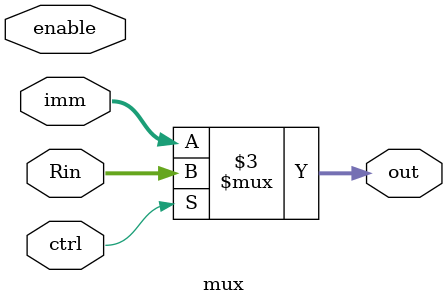
<source format=v>
`timescale 1ns / 1ps

module mux(imm, Rin, ctrl, enable, out);

	input [15:0] imm, Rin;
	input ctrl, enable;
	output reg [15:0] out;
	
	always@(imm, Rin, ctrl, enable)
	begin
		if(ctrl)
			out <= Rin;
		else
			out <= imm;
	end
	
endmodule

</source>
